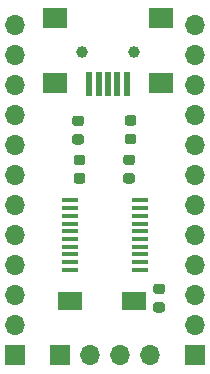
<source format=gts>
G04 #@! TF.GenerationSoftware,KiCad,Pcbnew,(5.0.0)*
G04 #@! TF.CreationDate,2018-09-15T15:06:13-04:00*
G04 #@! TF.ProjectId,STMPod,53544D506F642E6B696361645F706362,rev?*
G04 #@! TF.SameCoordinates,Original*
G04 #@! TF.FileFunction,Soldermask,Top*
G04 #@! TF.FilePolarity,Negative*
%FSLAX46Y46*%
G04 Gerber Fmt 4.6, Leading zero omitted, Abs format (unit mm)*
G04 Created by KiCad (PCBNEW (5.0.0)) date 09/15/18 15:06:13*
%MOMM*%
%LPD*%
G01*
G04 APERTURE LIST*
%ADD10R,2.000000X1.600000*%
%ADD11R,1.450000X0.450000*%
%ADD12R,1.700000X1.700000*%
%ADD13O,1.700000X1.700000*%
%ADD14R,0.500000X2.000000*%
%ADD15R,2.000000X1.700000*%
%ADD16C,1.000000*%
%ADD17C,0.100000*%
%ADD18C,0.875000*%
G04 APERTURE END LIST*
D10*
G04 #@! TO.C,SW1*
X172306000Y-97028000D03*
X177706000Y-97028000D03*
G04 #@! TD*
D11*
G04 #@! TO.C,U1*
X178210000Y-94365000D03*
X178210000Y-93715000D03*
X178210000Y-93065000D03*
X178210000Y-92415000D03*
X178210000Y-91765000D03*
X178210000Y-91115000D03*
X178210000Y-90465000D03*
X178210000Y-89815000D03*
X178210000Y-89165000D03*
X178210000Y-88515000D03*
X172310000Y-88515000D03*
X172310000Y-89165000D03*
X172310000Y-89815000D03*
X172310000Y-90465000D03*
X172310000Y-91115000D03*
X172310000Y-91765000D03*
X172310000Y-92415000D03*
X172310000Y-93065000D03*
X172310000Y-93715000D03*
X172310000Y-94365000D03*
G04 #@! TD*
D12*
G04 #@! TO.C,J1*
X171450000Y-101600000D03*
D13*
X173990000Y-101600000D03*
X176530000Y-101600000D03*
X179070000Y-101600000D03*
G04 #@! TD*
D12*
G04 #@! TO.C,J2*
X182880000Y-101600000D03*
D13*
X182880000Y-99060000D03*
X182880000Y-96520000D03*
X182880000Y-93980000D03*
X182880000Y-91440000D03*
X182880000Y-88900000D03*
X182880000Y-86360000D03*
X182880000Y-83820000D03*
X182880000Y-81280000D03*
X182880000Y-78740000D03*
X182880000Y-76200000D03*
X182880000Y-73660000D03*
G04 #@! TD*
G04 #@! TO.C,J3*
X167640000Y-73660000D03*
X167640000Y-76200000D03*
X167640000Y-78740000D03*
X167640000Y-81280000D03*
X167640000Y-83820000D03*
X167640000Y-86360000D03*
X167640000Y-88900000D03*
X167640000Y-91440000D03*
X167640000Y-93980000D03*
X167640000Y-96520000D03*
X167640000Y-99060000D03*
D12*
X167640000Y-101600000D03*
G04 #@! TD*
D14*
G04 #@! TO.C,J4*
X177114000Y-78646000D03*
X176314000Y-78646000D03*
X175514000Y-78646000D03*
X174714000Y-78646000D03*
X173914000Y-78646000D03*
D15*
X179964000Y-78546000D03*
X179964000Y-73096000D03*
X171064000Y-78546000D03*
X171064000Y-73096000D03*
D16*
X177714000Y-75946000D03*
X173314000Y-75946000D03*
G04 #@! TD*
D17*
G04 #@! TO.C,R2*
G36*
X180109691Y-95550053D02*
X180130926Y-95553203D01*
X180151750Y-95558419D01*
X180171962Y-95565651D01*
X180191368Y-95574830D01*
X180209781Y-95585866D01*
X180227024Y-95598654D01*
X180242930Y-95613070D01*
X180257346Y-95628976D01*
X180270134Y-95646219D01*
X180281170Y-95664632D01*
X180290349Y-95684038D01*
X180297581Y-95704250D01*
X180302797Y-95725074D01*
X180305947Y-95746309D01*
X180307000Y-95767750D01*
X180307000Y-96205250D01*
X180305947Y-96226691D01*
X180302797Y-96247926D01*
X180297581Y-96268750D01*
X180290349Y-96288962D01*
X180281170Y-96308368D01*
X180270134Y-96326781D01*
X180257346Y-96344024D01*
X180242930Y-96359930D01*
X180227024Y-96374346D01*
X180209781Y-96387134D01*
X180191368Y-96398170D01*
X180171962Y-96407349D01*
X180151750Y-96414581D01*
X180130926Y-96419797D01*
X180109691Y-96422947D01*
X180088250Y-96424000D01*
X179575750Y-96424000D01*
X179554309Y-96422947D01*
X179533074Y-96419797D01*
X179512250Y-96414581D01*
X179492038Y-96407349D01*
X179472632Y-96398170D01*
X179454219Y-96387134D01*
X179436976Y-96374346D01*
X179421070Y-96359930D01*
X179406654Y-96344024D01*
X179393866Y-96326781D01*
X179382830Y-96308368D01*
X179373651Y-96288962D01*
X179366419Y-96268750D01*
X179361203Y-96247926D01*
X179358053Y-96226691D01*
X179357000Y-96205250D01*
X179357000Y-95767750D01*
X179358053Y-95746309D01*
X179361203Y-95725074D01*
X179366419Y-95704250D01*
X179373651Y-95684038D01*
X179382830Y-95664632D01*
X179393866Y-95646219D01*
X179406654Y-95628976D01*
X179421070Y-95613070D01*
X179436976Y-95598654D01*
X179454219Y-95585866D01*
X179472632Y-95574830D01*
X179492038Y-95565651D01*
X179512250Y-95558419D01*
X179533074Y-95553203D01*
X179554309Y-95550053D01*
X179575750Y-95549000D01*
X180088250Y-95549000D01*
X180109691Y-95550053D01*
X180109691Y-95550053D01*
G37*
D18*
X179832000Y-95986500D03*
D17*
G36*
X180109691Y-97125053D02*
X180130926Y-97128203D01*
X180151750Y-97133419D01*
X180171962Y-97140651D01*
X180191368Y-97149830D01*
X180209781Y-97160866D01*
X180227024Y-97173654D01*
X180242930Y-97188070D01*
X180257346Y-97203976D01*
X180270134Y-97221219D01*
X180281170Y-97239632D01*
X180290349Y-97259038D01*
X180297581Y-97279250D01*
X180302797Y-97300074D01*
X180305947Y-97321309D01*
X180307000Y-97342750D01*
X180307000Y-97780250D01*
X180305947Y-97801691D01*
X180302797Y-97822926D01*
X180297581Y-97843750D01*
X180290349Y-97863962D01*
X180281170Y-97883368D01*
X180270134Y-97901781D01*
X180257346Y-97919024D01*
X180242930Y-97934930D01*
X180227024Y-97949346D01*
X180209781Y-97962134D01*
X180191368Y-97973170D01*
X180171962Y-97982349D01*
X180151750Y-97989581D01*
X180130926Y-97994797D01*
X180109691Y-97997947D01*
X180088250Y-97999000D01*
X179575750Y-97999000D01*
X179554309Y-97997947D01*
X179533074Y-97994797D01*
X179512250Y-97989581D01*
X179492038Y-97982349D01*
X179472632Y-97973170D01*
X179454219Y-97962134D01*
X179436976Y-97949346D01*
X179421070Y-97934930D01*
X179406654Y-97919024D01*
X179393866Y-97901781D01*
X179382830Y-97883368D01*
X179373651Y-97863962D01*
X179366419Y-97843750D01*
X179361203Y-97822926D01*
X179358053Y-97801691D01*
X179357000Y-97780250D01*
X179357000Y-97342750D01*
X179358053Y-97321309D01*
X179361203Y-97300074D01*
X179366419Y-97279250D01*
X179373651Y-97259038D01*
X179382830Y-97239632D01*
X179393866Y-97221219D01*
X179406654Y-97203976D01*
X179421070Y-97188070D01*
X179436976Y-97173654D01*
X179454219Y-97160866D01*
X179472632Y-97149830D01*
X179492038Y-97140651D01*
X179512250Y-97133419D01*
X179533074Y-97128203D01*
X179554309Y-97125053D01*
X179575750Y-97124000D01*
X180088250Y-97124000D01*
X180109691Y-97125053D01*
X180109691Y-97125053D01*
G37*
D18*
X179832000Y-97561500D03*
G04 #@! TD*
D17*
G04 #@! TO.C,R3*
G36*
X173251691Y-81326053D02*
X173272926Y-81329203D01*
X173293750Y-81334419D01*
X173313962Y-81341651D01*
X173333368Y-81350830D01*
X173351781Y-81361866D01*
X173369024Y-81374654D01*
X173384930Y-81389070D01*
X173399346Y-81404976D01*
X173412134Y-81422219D01*
X173423170Y-81440632D01*
X173432349Y-81460038D01*
X173439581Y-81480250D01*
X173444797Y-81501074D01*
X173447947Y-81522309D01*
X173449000Y-81543750D01*
X173449000Y-81981250D01*
X173447947Y-82002691D01*
X173444797Y-82023926D01*
X173439581Y-82044750D01*
X173432349Y-82064962D01*
X173423170Y-82084368D01*
X173412134Y-82102781D01*
X173399346Y-82120024D01*
X173384930Y-82135930D01*
X173369024Y-82150346D01*
X173351781Y-82163134D01*
X173333368Y-82174170D01*
X173313962Y-82183349D01*
X173293750Y-82190581D01*
X173272926Y-82195797D01*
X173251691Y-82198947D01*
X173230250Y-82200000D01*
X172717750Y-82200000D01*
X172696309Y-82198947D01*
X172675074Y-82195797D01*
X172654250Y-82190581D01*
X172634038Y-82183349D01*
X172614632Y-82174170D01*
X172596219Y-82163134D01*
X172578976Y-82150346D01*
X172563070Y-82135930D01*
X172548654Y-82120024D01*
X172535866Y-82102781D01*
X172524830Y-82084368D01*
X172515651Y-82064962D01*
X172508419Y-82044750D01*
X172503203Y-82023926D01*
X172500053Y-82002691D01*
X172499000Y-81981250D01*
X172499000Y-81543750D01*
X172500053Y-81522309D01*
X172503203Y-81501074D01*
X172508419Y-81480250D01*
X172515651Y-81460038D01*
X172524830Y-81440632D01*
X172535866Y-81422219D01*
X172548654Y-81404976D01*
X172563070Y-81389070D01*
X172578976Y-81374654D01*
X172596219Y-81361866D01*
X172614632Y-81350830D01*
X172634038Y-81341651D01*
X172654250Y-81334419D01*
X172675074Y-81329203D01*
X172696309Y-81326053D01*
X172717750Y-81325000D01*
X173230250Y-81325000D01*
X173251691Y-81326053D01*
X173251691Y-81326053D01*
G37*
D18*
X172974000Y-81762500D03*
D17*
G36*
X173251691Y-82901053D02*
X173272926Y-82904203D01*
X173293750Y-82909419D01*
X173313962Y-82916651D01*
X173333368Y-82925830D01*
X173351781Y-82936866D01*
X173369024Y-82949654D01*
X173384930Y-82964070D01*
X173399346Y-82979976D01*
X173412134Y-82997219D01*
X173423170Y-83015632D01*
X173432349Y-83035038D01*
X173439581Y-83055250D01*
X173444797Y-83076074D01*
X173447947Y-83097309D01*
X173449000Y-83118750D01*
X173449000Y-83556250D01*
X173447947Y-83577691D01*
X173444797Y-83598926D01*
X173439581Y-83619750D01*
X173432349Y-83639962D01*
X173423170Y-83659368D01*
X173412134Y-83677781D01*
X173399346Y-83695024D01*
X173384930Y-83710930D01*
X173369024Y-83725346D01*
X173351781Y-83738134D01*
X173333368Y-83749170D01*
X173313962Y-83758349D01*
X173293750Y-83765581D01*
X173272926Y-83770797D01*
X173251691Y-83773947D01*
X173230250Y-83775000D01*
X172717750Y-83775000D01*
X172696309Y-83773947D01*
X172675074Y-83770797D01*
X172654250Y-83765581D01*
X172634038Y-83758349D01*
X172614632Y-83749170D01*
X172596219Y-83738134D01*
X172578976Y-83725346D01*
X172563070Y-83710930D01*
X172548654Y-83695024D01*
X172535866Y-83677781D01*
X172524830Y-83659368D01*
X172515651Y-83639962D01*
X172508419Y-83619750D01*
X172503203Y-83598926D01*
X172500053Y-83577691D01*
X172499000Y-83556250D01*
X172499000Y-83118750D01*
X172500053Y-83097309D01*
X172503203Y-83076074D01*
X172508419Y-83055250D01*
X172515651Y-83035038D01*
X172524830Y-83015632D01*
X172535866Y-82997219D01*
X172548654Y-82979976D01*
X172563070Y-82964070D01*
X172578976Y-82949654D01*
X172596219Y-82936866D01*
X172614632Y-82925830D01*
X172634038Y-82916651D01*
X172654250Y-82909419D01*
X172675074Y-82904203D01*
X172696309Y-82901053D01*
X172717750Y-82900000D01*
X173230250Y-82900000D01*
X173251691Y-82901053D01*
X173251691Y-82901053D01*
G37*
D18*
X172974000Y-83337500D03*
G04 #@! TD*
D17*
G04 #@! TO.C,R4*
G36*
X177696691Y-82875553D02*
X177717926Y-82878703D01*
X177738750Y-82883919D01*
X177758962Y-82891151D01*
X177778368Y-82900330D01*
X177796781Y-82911366D01*
X177814024Y-82924154D01*
X177829930Y-82938570D01*
X177844346Y-82954476D01*
X177857134Y-82971719D01*
X177868170Y-82990132D01*
X177877349Y-83009538D01*
X177884581Y-83029750D01*
X177889797Y-83050574D01*
X177892947Y-83071809D01*
X177894000Y-83093250D01*
X177894000Y-83530750D01*
X177892947Y-83552191D01*
X177889797Y-83573426D01*
X177884581Y-83594250D01*
X177877349Y-83614462D01*
X177868170Y-83633868D01*
X177857134Y-83652281D01*
X177844346Y-83669524D01*
X177829930Y-83685430D01*
X177814024Y-83699846D01*
X177796781Y-83712634D01*
X177778368Y-83723670D01*
X177758962Y-83732849D01*
X177738750Y-83740081D01*
X177717926Y-83745297D01*
X177696691Y-83748447D01*
X177675250Y-83749500D01*
X177162750Y-83749500D01*
X177141309Y-83748447D01*
X177120074Y-83745297D01*
X177099250Y-83740081D01*
X177079038Y-83732849D01*
X177059632Y-83723670D01*
X177041219Y-83712634D01*
X177023976Y-83699846D01*
X177008070Y-83685430D01*
X176993654Y-83669524D01*
X176980866Y-83652281D01*
X176969830Y-83633868D01*
X176960651Y-83614462D01*
X176953419Y-83594250D01*
X176948203Y-83573426D01*
X176945053Y-83552191D01*
X176944000Y-83530750D01*
X176944000Y-83093250D01*
X176945053Y-83071809D01*
X176948203Y-83050574D01*
X176953419Y-83029750D01*
X176960651Y-83009538D01*
X176969830Y-82990132D01*
X176980866Y-82971719D01*
X176993654Y-82954476D01*
X177008070Y-82938570D01*
X177023976Y-82924154D01*
X177041219Y-82911366D01*
X177059632Y-82900330D01*
X177079038Y-82891151D01*
X177099250Y-82883919D01*
X177120074Y-82878703D01*
X177141309Y-82875553D01*
X177162750Y-82874500D01*
X177675250Y-82874500D01*
X177696691Y-82875553D01*
X177696691Y-82875553D01*
G37*
D18*
X177419000Y-83312000D03*
D17*
G36*
X177696691Y-81300553D02*
X177717926Y-81303703D01*
X177738750Y-81308919D01*
X177758962Y-81316151D01*
X177778368Y-81325330D01*
X177796781Y-81336366D01*
X177814024Y-81349154D01*
X177829930Y-81363570D01*
X177844346Y-81379476D01*
X177857134Y-81396719D01*
X177868170Y-81415132D01*
X177877349Y-81434538D01*
X177884581Y-81454750D01*
X177889797Y-81475574D01*
X177892947Y-81496809D01*
X177894000Y-81518250D01*
X177894000Y-81955750D01*
X177892947Y-81977191D01*
X177889797Y-81998426D01*
X177884581Y-82019250D01*
X177877349Y-82039462D01*
X177868170Y-82058868D01*
X177857134Y-82077281D01*
X177844346Y-82094524D01*
X177829930Y-82110430D01*
X177814024Y-82124846D01*
X177796781Y-82137634D01*
X177778368Y-82148670D01*
X177758962Y-82157849D01*
X177738750Y-82165081D01*
X177717926Y-82170297D01*
X177696691Y-82173447D01*
X177675250Y-82174500D01*
X177162750Y-82174500D01*
X177141309Y-82173447D01*
X177120074Y-82170297D01*
X177099250Y-82165081D01*
X177079038Y-82157849D01*
X177059632Y-82148670D01*
X177041219Y-82137634D01*
X177023976Y-82124846D01*
X177008070Y-82110430D01*
X176993654Y-82094524D01*
X176980866Y-82077281D01*
X176969830Y-82058868D01*
X176960651Y-82039462D01*
X176953419Y-82019250D01*
X176948203Y-81998426D01*
X176945053Y-81977191D01*
X176944000Y-81955750D01*
X176944000Y-81518250D01*
X176945053Y-81496809D01*
X176948203Y-81475574D01*
X176953419Y-81454750D01*
X176960651Y-81434538D01*
X176969830Y-81415132D01*
X176980866Y-81396719D01*
X176993654Y-81379476D01*
X177008070Y-81363570D01*
X177023976Y-81349154D01*
X177041219Y-81336366D01*
X177059632Y-81325330D01*
X177079038Y-81316151D01*
X177099250Y-81308919D01*
X177120074Y-81303703D01*
X177141309Y-81300553D01*
X177162750Y-81299500D01*
X177675250Y-81299500D01*
X177696691Y-81300553D01*
X177696691Y-81300553D01*
G37*
D18*
X177419000Y-81737000D03*
G04 #@! TD*
D17*
G04 #@! TO.C,D1*
G36*
X173378691Y-84628053D02*
X173399926Y-84631203D01*
X173420750Y-84636419D01*
X173440962Y-84643651D01*
X173460368Y-84652830D01*
X173478781Y-84663866D01*
X173496024Y-84676654D01*
X173511930Y-84691070D01*
X173526346Y-84706976D01*
X173539134Y-84724219D01*
X173550170Y-84742632D01*
X173559349Y-84762038D01*
X173566581Y-84782250D01*
X173571797Y-84803074D01*
X173574947Y-84824309D01*
X173576000Y-84845750D01*
X173576000Y-85283250D01*
X173574947Y-85304691D01*
X173571797Y-85325926D01*
X173566581Y-85346750D01*
X173559349Y-85366962D01*
X173550170Y-85386368D01*
X173539134Y-85404781D01*
X173526346Y-85422024D01*
X173511930Y-85437930D01*
X173496024Y-85452346D01*
X173478781Y-85465134D01*
X173460368Y-85476170D01*
X173440962Y-85485349D01*
X173420750Y-85492581D01*
X173399926Y-85497797D01*
X173378691Y-85500947D01*
X173357250Y-85502000D01*
X172844750Y-85502000D01*
X172823309Y-85500947D01*
X172802074Y-85497797D01*
X172781250Y-85492581D01*
X172761038Y-85485349D01*
X172741632Y-85476170D01*
X172723219Y-85465134D01*
X172705976Y-85452346D01*
X172690070Y-85437930D01*
X172675654Y-85422024D01*
X172662866Y-85404781D01*
X172651830Y-85386368D01*
X172642651Y-85366962D01*
X172635419Y-85346750D01*
X172630203Y-85325926D01*
X172627053Y-85304691D01*
X172626000Y-85283250D01*
X172626000Y-84845750D01*
X172627053Y-84824309D01*
X172630203Y-84803074D01*
X172635419Y-84782250D01*
X172642651Y-84762038D01*
X172651830Y-84742632D01*
X172662866Y-84724219D01*
X172675654Y-84706976D01*
X172690070Y-84691070D01*
X172705976Y-84676654D01*
X172723219Y-84663866D01*
X172741632Y-84652830D01*
X172761038Y-84643651D01*
X172781250Y-84636419D01*
X172802074Y-84631203D01*
X172823309Y-84628053D01*
X172844750Y-84627000D01*
X173357250Y-84627000D01*
X173378691Y-84628053D01*
X173378691Y-84628053D01*
G37*
D18*
X173101000Y-85064500D03*
D17*
G36*
X173378691Y-86203053D02*
X173399926Y-86206203D01*
X173420750Y-86211419D01*
X173440962Y-86218651D01*
X173460368Y-86227830D01*
X173478781Y-86238866D01*
X173496024Y-86251654D01*
X173511930Y-86266070D01*
X173526346Y-86281976D01*
X173539134Y-86299219D01*
X173550170Y-86317632D01*
X173559349Y-86337038D01*
X173566581Y-86357250D01*
X173571797Y-86378074D01*
X173574947Y-86399309D01*
X173576000Y-86420750D01*
X173576000Y-86858250D01*
X173574947Y-86879691D01*
X173571797Y-86900926D01*
X173566581Y-86921750D01*
X173559349Y-86941962D01*
X173550170Y-86961368D01*
X173539134Y-86979781D01*
X173526346Y-86997024D01*
X173511930Y-87012930D01*
X173496024Y-87027346D01*
X173478781Y-87040134D01*
X173460368Y-87051170D01*
X173440962Y-87060349D01*
X173420750Y-87067581D01*
X173399926Y-87072797D01*
X173378691Y-87075947D01*
X173357250Y-87077000D01*
X172844750Y-87077000D01*
X172823309Y-87075947D01*
X172802074Y-87072797D01*
X172781250Y-87067581D01*
X172761038Y-87060349D01*
X172741632Y-87051170D01*
X172723219Y-87040134D01*
X172705976Y-87027346D01*
X172690070Y-87012930D01*
X172675654Y-86997024D01*
X172662866Y-86979781D01*
X172651830Y-86961368D01*
X172642651Y-86941962D01*
X172635419Y-86921750D01*
X172630203Y-86900926D01*
X172627053Y-86879691D01*
X172626000Y-86858250D01*
X172626000Y-86420750D01*
X172627053Y-86399309D01*
X172630203Y-86378074D01*
X172635419Y-86357250D01*
X172642651Y-86337038D01*
X172651830Y-86317632D01*
X172662866Y-86299219D01*
X172675654Y-86281976D01*
X172690070Y-86266070D01*
X172705976Y-86251654D01*
X172723219Y-86238866D01*
X172741632Y-86227830D01*
X172761038Y-86218651D01*
X172781250Y-86211419D01*
X172802074Y-86206203D01*
X172823309Y-86203053D01*
X172844750Y-86202000D01*
X173357250Y-86202000D01*
X173378691Y-86203053D01*
X173378691Y-86203053D01*
G37*
D18*
X173101000Y-86639500D03*
G04 #@! TD*
D17*
G04 #@! TO.C,D2*
G36*
X177569691Y-86203053D02*
X177590926Y-86206203D01*
X177611750Y-86211419D01*
X177631962Y-86218651D01*
X177651368Y-86227830D01*
X177669781Y-86238866D01*
X177687024Y-86251654D01*
X177702930Y-86266070D01*
X177717346Y-86281976D01*
X177730134Y-86299219D01*
X177741170Y-86317632D01*
X177750349Y-86337038D01*
X177757581Y-86357250D01*
X177762797Y-86378074D01*
X177765947Y-86399309D01*
X177767000Y-86420750D01*
X177767000Y-86858250D01*
X177765947Y-86879691D01*
X177762797Y-86900926D01*
X177757581Y-86921750D01*
X177750349Y-86941962D01*
X177741170Y-86961368D01*
X177730134Y-86979781D01*
X177717346Y-86997024D01*
X177702930Y-87012930D01*
X177687024Y-87027346D01*
X177669781Y-87040134D01*
X177651368Y-87051170D01*
X177631962Y-87060349D01*
X177611750Y-87067581D01*
X177590926Y-87072797D01*
X177569691Y-87075947D01*
X177548250Y-87077000D01*
X177035750Y-87077000D01*
X177014309Y-87075947D01*
X176993074Y-87072797D01*
X176972250Y-87067581D01*
X176952038Y-87060349D01*
X176932632Y-87051170D01*
X176914219Y-87040134D01*
X176896976Y-87027346D01*
X176881070Y-87012930D01*
X176866654Y-86997024D01*
X176853866Y-86979781D01*
X176842830Y-86961368D01*
X176833651Y-86941962D01*
X176826419Y-86921750D01*
X176821203Y-86900926D01*
X176818053Y-86879691D01*
X176817000Y-86858250D01*
X176817000Y-86420750D01*
X176818053Y-86399309D01*
X176821203Y-86378074D01*
X176826419Y-86357250D01*
X176833651Y-86337038D01*
X176842830Y-86317632D01*
X176853866Y-86299219D01*
X176866654Y-86281976D01*
X176881070Y-86266070D01*
X176896976Y-86251654D01*
X176914219Y-86238866D01*
X176932632Y-86227830D01*
X176952038Y-86218651D01*
X176972250Y-86211419D01*
X176993074Y-86206203D01*
X177014309Y-86203053D01*
X177035750Y-86202000D01*
X177548250Y-86202000D01*
X177569691Y-86203053D01*
X177569691Y-86203053D01*
G37*
D18*
X177292000Y-86639500D03*
D17*
G36*
X177569691Y-84628053D02*
X177590926Y-84631203D01*
X177611750Y-84636419D01*
X177631962Y-84643651D01*
X177651368Y-84652830D01*
X177669781Y-84663866D01*
X177687024Y-84676654D01*
X177702930Y-84691070D01*
X177717346Y-84706976D01*
X177730134Y-84724219D01*
X177741170Y-84742632D01*
X177750349Y-84762038D01*
X177757581Y-84782250D01*
X177762797Y-84803074D01*
X177765947Y-84824309D01*
X177767000Y-84845750D01*
X177767000Y-85283250D01*
X177765947Y-85304691D01*
X177762797Y-85325926D01*
X177757581Y-85346750D01*
X177750349Y-85366962D01*
X177741170Y-85386368D01*
X177730134Y-85404781D01*
X177717346Y-85422024D01*
X177702930Y-85437930D01*
X177687024Y-85452346D01*
X177669781Y-85465134D01*
X177651368Y-85476170D01*
X177631962Y-85485349D01*
X177611750Y-85492581D01*
X177590926Y-85497797D01*
X177569691Y-85500947D01*
X177548250Y-85502000D01*
X177035750Y-85502000D01*
X177014309Y-85500947D01*
X176993074Y-85497797D01*
X176972250Y-85492581D01*
X176952038Y-85485349D01*
X176932632Y-85476170D01*
X176914219Y-85465134D01*
X176896976Y-85452346D01*
X176881070Y-85437930D01*
X176866654Y-85422024D01*
X176853866Y-85404781D01*
X176842830Y-85386368D01*
X176833651Y-85366962D01*
X176826419Y-85346750D01*
X176821203Y-85325926D01*
X176818053Y-85304691D01*
X176817000Y-85283250D01*
X176817000Y-84845750D01*
X176818053Y-84824309D01*
X176821203Y-84803074D01*
X176826419Y-84782250D01*
X176833651Y-84762038D01*
X176842830Y-84742632D01*
X176853866Y-84724219D01*
X176866654Y-84706976D01*
X176881070Y-84691070D01*
X176896976Y-84676654D01*
X176914219Y-84663866D01*
X176932632Y-84652830D01*
X176952038Y-84643651D01*
X176972250Y-84636419D01*
X176993074Y-84631203D01*
X177014309Y-84628053D01*
X177035750Y-84627000D01*
X177548250Y-84627000D01*
X177569691Y-84628053D01*
X177569691Y-84628053D01*
G37*
D18*
X177292000Y-85064500D03*
G04 #@! TD*
M02*

</source>
